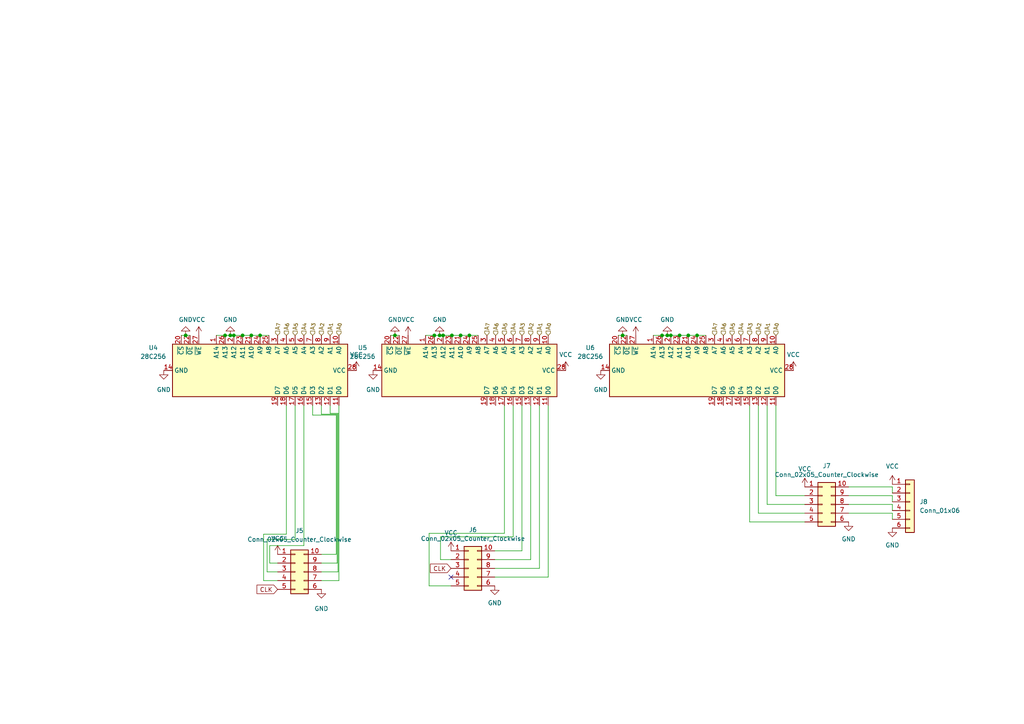
<source format=kicad_sch>
(kicad_sch (version 20211123) (generator eeschema)
  (paper "A4")
  (lib_symbols
    (symbol "Connector_Generic:Conn_01x06" (pin_names (offset 1.016) hide)
      (property "Reference" "J" (at 0 7.62 0))
      (property "Value" "Conn_01x06" (at 0 -10.16 0))
      (symbol "Conn_01x06_1_1"
        (rectangle (start -1.27 -7.493) (end 0 -7.747) (stroke (width 0.1524)))
        (rectangle (start -1.27 -4.953) (end 0 -5.207) (stroke (width 0.1524)))
        (rectangle (start -1.27 -2.413) (end 0 -2.667) (stroke (width 0.1524)))
        (rectangle (start -1.27 0.127) (end 0 -0.127) (stroke (width 0.1524)))
        (rectangle (start -1.27 2.667) (end 0 2.413) (stroke (width 0.1524)))
        (rectangle (start -1.27 5.207) (end 0 4.953) (stroke (width 0.1524)))
        (rectangle (start -1.27 6.35) (end 1.27 -8.89) (stroke (width 0.254)) (fill (type background)))
        (pin passive line (at -5.08 5.08 0) (length 3.81) (name "Pin_1") (number "1"))
        (pin passive line (at -5.08 2.54 0) (length 3.81) (name "Pin_2") (number "2"))
        (pin passive line (at -5.08 0 0) (length 3.81) (name "Pin_3") (number "3"))
        (pin passive line (at -5.08 -2.54 0) (length 3.81) (name "Pin_4") (number "4"))
        (pin passive line (at -5.08 -5.08 0) (length 3.81) (name "Pin_5") (number "5"))
        (pin passive line (at -5.08 -7.62 0) (length 3.81) (name "Pin_6") (number "6"))
      )
    )
    (symbol "Connector_Generic:Conn_02x05_Counter_Clockwise" (pin_names (offset 1.016) hide)
      (property "Reference" "J" (at 1.27 7.62 0))
      (property "Value" "Conn_02x05_Counter_Clockwise" (at 1.27 -7.62 0))
      (symbol "Conn_02x05_Counter_Clockwise_1_1"
        (rectangle (start -1.27 -4.953) (end 0 -5.207) (stroke (width 0.1524)))
        (rectangle (start -1.27 -2.413) (end 0 -2.667) (stroke (width 0.1524)))
        (rectangle (start -1.27 0.127) (end 0 -0.127) (stroke (width 0.1524)))
        (rectangle (start -1.27 2.667) (end 0 2.413) (stroke (width 0.1524)))
        (rectangle (start -1.27 5.207) (end 0 4.953) (stroke (width 0.1524)))
        (rectangle (start -1.27 6.35) (end 3.81 -6.35) (stroke (width 0.254)) (fill (type background)))
        (rectangle (start 3.81 -4.953) (end 2.54 -5.207) (stroke (width 0.1524)))
        (rectangle (start 3.81 -2.413) (end 2.54 -2.667) (stroke (width 0.1524)))
        (rectangle (start 3.81 0.127) (end 2.54 -0.127) (stroke (width 0.1524)))
        (rectangle (start 3.81 2.667) (end 2.54 2.413) (stroke (width 0.1524)))
        (rectangle (start 3.81 5.207) (end 2.54 4.953) (stroke (width 0.1524)))
        (pin passive line (at -5.08 5.08 0) (length 3.81) (name "Pin_1") (number "1"))
        (pin passive line (at 7.62 5.08 180) (length 3.81) (name "Pin_10") (number "10"))
        (pin passive line (at -5.08 2.54 0) (length 3.81) (name "Pin_2") (number "2"))
        (pin passive line (at -5.08 0 0) (length 3.81) (name "Pin_3") (number "3"))
        (pin passive line (at -5.08 -2.54 0) (length 3.81) (name "Pin_4") (number "4"))
        (pin passive line (at -5.08 -5.08 0) (length 3.81) (name "Pin_5") (number "5"))
        (pin passive line (at 7.62 -5.08 180) (length 3.81) (name "Pin_6") (number "6"))
        (pin passive line (at 7.62 -2.54 180) (length 3.81) (name "Pin_7") (number "7"))
        (pin passive line (at 7.62 0 180) (length 3.81) (name "Pin_8") (number "8"))
        (pin passive line (at 7.62 2.54 180) (length 3.81) (name "Pin_9") (number "9"))
      )
    )
    (symbol "Memory_EEPROM:28C256"
      (property "Reference" "U" (at -7.62 26.67 0))
      (property "Value" "28C256" (at 2.54 -26.67 0))
      (symbol "28C256_1_1"
        (rectangle (start -7.62 25.4) (end 7.62 -25.4) (stroke (width 0.254)) (fill (type background)))
        (pin input line (at -10.16 -12.7 0) (length 2.54) (name "A14") (number "1"))
        (pin input line (at -10.16 22.86 0) (length 2.54) (name "A0") (number "10"))
        (pin tri_state line (at 10.16 22.86 180) (length 2.54) (name "D0") (number "11"))
        (pin tri_state line (at 10.16 20.32 180) (length 2.54) (name "D1") (number "12"))
        (pin tri_state line (at 10.16 17.78 180) (length 2.54) (name "D2") (number "13"))
        (pin power_in line (at 0 -27.94 90) (length 2.54) (name "GND") (number "14"))
        (pin tri_state line (at 10.16 15.24 180) (length 2.54) (name "D3") (number "15"))
        (pin tri_state line (at 10.16 12.7 180) (length 2.54) (name "D4") (number "16"))
        (pin tri_state line (at 10.16 10.16 180) (length 2.54) (name "D5") (number "17"))
        (pin tri_state line (at 10.16 7.62 180) (length 2.54) (name "D6") (number "18"))
        (pin tri_state line (at 10.16 5.08 180) (length 2.54) (name "D7") (number "19"))
        (pin input line (at -10.16 -7.62 0) (length 2.54) (name "A12") (number "2"))
        (pin input line (at -10.16 -22.86 0) (length 2.54) (name "~{CS}") (number "20"))
        (pin input line (at -10.16 -2.54 0) (length 2.54) (name "A10") (number "21"))
        (pin input line (at -10.16 -20.32 0) (length 2.54) (name "~{OE}") (number "22"))
        (pin input line (at -10.16 -5.08 0) (length 2.54) (name "A11") (number "23"))
        (pin input line (at -10.16 0 0) (length 2.54) (name "A9") (number "24"))
        (pin input line (at -10.16 2.54 0) (length 2.54) (name "A8") (number "25"))
        (pin input line (at -10.16 -10.16 0) (length 2.54) (name "A13") (number "26"))
        (pin input line (at -10.16 -17.78 0) (length 2.54) (name "~{WE}") (number "27"))
        (pin power_in line (at 0 27.94 270) (length 2.54) (name "VCC") (number "28"))
        (pin input line (at -10.16 5.08 0) (length 2.54) (name "A7") (number "3"))
        (pin input line (at -10.16 7.62 0) (length 2.54) (name "A6") (number "4"))
        (pin input line (at -10.16 10.16 0) (length 2.54) (name "A5") (number "5"))
        (pin input line (at -10.16 12.7 0) (length 2.54) (name "A4") (number "6"))
        (pin input line (at -10.16 15.24 0) (length 2.54) (name "A3") (number "7"))
        (pin input line (at -10.16 17.78 0) (length 2.54) (name "A2") (number "8"))
        (pin input line (at -10.16 20.32 0) (length 2.54) (name "A1") (number "9"))
      )
    )
    (symbol "power:GND" (power) (pin_names (offset 0))
      (property "Value" "GND" (at 0 -3.81 0))
      (symbol "GND_0_1"
        (polyline (pts (xy 0 0) (xy 0 -1.27) (xy 1.27 -1.27) (xy 0 -2.54) (xy -1.27 -1.27) (xy 0 -1.27)))
      )
      (symbol "GND_1_1"
        (pin power_in line (at 0 0 270) (length 0) hide (name "GND") (number "1"))
      )
    )
    (symbol "power:VCC" (power) (pin_names (offset 0))
      (property "Value" "VCC" (at 0 3.81 0))
      (symbol "VCC_0_1"
        (polyline (pts (xy -0.762 1.27) (xy 0 2.54)))
        (polyline (pts (xy 0 0) (xy 0 2.54)))
        (polyline (pts (xy 0 2.54) (xy 0.762 1.27)))
      )
      (symbol "VCC_1_1"
        (pin power_in line (at 0 0 90) (length 0) hide (name "VCC") (number "1"))
      )
    )
  )
  (junction (at 202.184 97.282))
  (junction (at 194.564 97.282))
  (junction (at 136.144 97.282))
  (junction (at 199.644 97.282))
  (junction (at 70.358 97.282))
  (junction (at 72.898 97.282))
  (junction (at 133.604 97.282))
  (junction (at 193.548 97.282))
  (junction (at 192.024 97.282))
  (junction (at 127.508 97.282))
  (junction (at 66.802 97.282))
  (junction (at 75.438 97.282))
  (junction (at 114.554 97.282))
  (junction (at 53.848 97.282))
  (junction (at 197.104 97.282))
  (junction (at 125.984 97.282))
  (junction (at 180.594 97.282))
  (junction (at 128.524 97.282))
  (junction (at 67.818 97.282))
  (junction (at 65.278 97.282))
  (junction (at 131.064 97.282))
  (no_connect (at 130.81 167.386))
  (wire (pts (xy 97.536 160.782) (xy 93.218 160.782)))
  (wire (pts (xy 98.298 117.602) (xy 98.298 168.402)))
  (wire (pts (xy 246.126 141.224) (xy 258.826 141.224)))
  (wire (pts (xy 72.898 97.282) (xy 75.438 97.282)))
  (wire (pts (xy 90.678 120.396) (xy 97.536 120.396)))
  (wire (pts (xy 143.51 159.766) (xy 151.384 159.766)))
  (wire (pts (xy 217.424 151.384) (xy 233.426 151.384)))
  (wire (pts (xy 222.504 146.304) (xy 233.426 146.304)))
  (wire (pts (xy 114.554 97.282) (xy 115.824 97.282)))
  (wire (pts (xy 93.218 120.142) (xy 97.79 120.142)))
  (wire (pts (xy 97.79 120.142) (xy 97.79 163.322)))
  (wire (pts (xy 179.324 97.282) (xy 180.594 97.282)))
  (wire (pts (xy 146.304 154.686) (xy 146.304 117.602)))
  (wire (pts (xy 153.924 162.306) (xy 153.924 117.602)))
  (wire (pts (xy 98.044 165.862) (xy 93.218 165.862)))
  (wire (pts (xy 192.024 97.282) (xy 193.548 97.282)))
  (wire (pts (xy 80.518 165.862) (xy 77.47 165.862)))
  (wire (pts (xy 199.644 97.282) (xy 202.184 97.282)))
  (wire (pts (xy 258.826 141.224) (xy 258.826 143.002)))
  (wire (pts (xy 258.826 146.304) (xy 258.826 148.082)))
  (wire (pts (xy 75.438 97.282) (xy 77.978 97.282)))
  (wire (pts (xy 113.284 97.282) (xy 114.554 97.282)))
  (wire (pts (xy 133.604 97.282) (xy 136.144 97.282)))
  (wire (pts (xy 143.51 162.306) (xy 153.924 162.306)))
  (wire (pts (xy 77.47 156.464) (xy 85.598 156.464)))
  (wire (pts (xy 127.508 97.282) (xy 128.524 97.282)))
  (wire (pts (xy 70.358 97.282) (xy 72.898 97.282)))
  (wire (pts (xy 98.298 168.402) (xy 93.218 168.402)))
  (wire (pts (xy 189.484 97.282) (xy 192.024 97.282)))
  (wire (pts (xy 222.504 117.602) (xy 222.504 146.304)))
  (wire (pts (xy 246.126 146.304) (xy 258.826 146.304)))
  (wire (pts (xy 136.144 97.282) (xy 138.684 97.282)))
  (wire (pts (xy 130.81 162.306) (xy 127.762 162.306)))
  (wire (pts (xy 151.384 117.602) (xy 151.384 159.766)))
  (wire (pts (xy 125.984 97.282) (xy 127.508 97.282)))
  (wire (pts (xy 127.762 162.306) (xy 127.762 155.702)))
  (wire (pts (xy 88.138 158.242) (xy 88.138 117.602)))
  (wire (pts (xy 78.232 158.242) (xy 88.138 158.242)))
  (wire (pts (xy 217.424 117.602) (xy 217.424 151.384)))
  (wire (pts (xy 130.81 169.926) (xy 124.46 169.926)))
  (wire (pts (xy 197.104 97.282) (xy 199.644 97.282)))
  (wire (pts (xy 52.578 97.282) (xy 53.848 97.282)))
  (wire (pts (xy 202.184 97.282) (xy 204.724 97.282)))
  (wire (pts (xy 95.758 117.602) (xy 95.758 119.888)))
  (wire (pts (xy 80.518 163.322) (xy 78.232 163.322)))
  (wire (pts (xy 246.126 143.764) (xy 258.826 143.764)))
  (wire (pts (xy 193.548 97.282) (xy 194.564 97.282)))
  (wire (pts (xy 67.818 97.282) (xy 70.358 97.282)))
  (wire (pts (xy 124.46 169.926) (xy 124.46 154.686)))
  (wire (pts (xy 123.444 97.282) (xy 125.984 97.282)))
  (wire (pts (xy 78.232 163.322) (xy 78.232 158.242)))
  (wire (pts (xy 53.848 97.282) (xy 55.118 97.282)))
  (wire (pts (xy 93.218 117.602) (xy 93.218 120.142)))
  (wire (pts (xy 127.762 155.702) (xy 148.844 155.702)))
  (wire (pts (xy 225.044 143.764) (xy 233.426 143.764)))
  (wire (pts (xy 80.518 168.402) (xy 76.454 168.402)))
  (wire (pts (xy 128.524 97.282) (xy 131.064 97.282)))
  (wire (pts (xy 62.738 97.282) (xy 65.278 97.282)))
  (wire (pts (xy 159.004 117.602) (xy 159.004 167.386)))
  (wire (pts (xy 246.126 148.844) (xy 258.826 148.844)))
  (wire (pts (xy 194.564 97.282) (xy 197.104 97.282)))
  (wire (pts (xy 156.464 164.846) (xy 156.464 117.602)))
  (wire (pts (xy 225.044 117.602) (xy 225.044 143.764)))
  (wire (pts (xy 131.064 97.282) (xy 133.604 97.282)))
  (wire (pts (xy 258.826 143.764) (xy 258.826 145.542)))
  (wire (pts (xy 85.598 156.464) (xy 85.598 117.602)))
  (wire (pts (xy 97.536 120.396) (xy 97.536 160.782)))
  (wire (pts (xy 219.964 148.844) (xy 233.426 148.844)))
  (wire (pts (xy 258.826 148.844) (xy 258.826 150.622)))
  (wire (pts (xy 65.278 97.282) (xy 66.802 97.282)))
  (wire (pts (xy 98.044 119.888) (xy 98.044 165.862)))
  (wire (pts (xy 76.454 154.94) (xy 83.058 154.94)))
  (wire (pts (xy 124.46 154.686) (xy 146.304 154.686)))
  (wire (pts (xy 180.594 97.282) (xy 181.864 97.282)))
  (wire (pts (xy 76.454 168.402) (xy 76.454 154.94)))
  (wire (pts (xy 66.802 97.282) (xy 67.818 97.282)))
  (wire (pts (xy 97.79 163.322) (xy 93.218 163.322)))
  (wire (pts (xy 219.964 117.602) (xy 219.964 148.844)))
  (wire (pts (xy 143.51 164.846) (xy 156.464 164.846)))
  (wire (pts (xy 95.758 119.888) (xy 98.044 119.888)))
  (wire (pts (xy 83.058 154.94) (xy 83.058 117.602)))
  (wire (pts (xy 77.47 165.862) (xy 77.47 156.464)))
  (wire (pts (xy 148.844 155.702) (xy 148.844 117.602)))
  (wire (pts (xy 90.678 117.602) (xy 90.678 120.396)))
  (wire (pts (xy 159.004 167.386) (xy 143.51 167.386)))
  (global_label "CLK" (shape input) (at 130.81 164.846 180) (property "Intersheet References" "${INTERSHEET_REFS}" (effects hide)))
  (global_label "CLK" (shape input) (at 80.518 170.942 180) (property "Intersheet References" "${INTERSHEET_REFS}" (effects hide)))
  (hierarchical_label "A_{6}" (shape input) (at 143.764 97.282 90))
  (hierarchical_label "A_{4}" (shape input) (at 88.138 97.282 90))
  (hierarchical_label "A_{7}" (shape input) (at 80.518 97.282 90))
  (hierarchical_label "A_{1}" (shape input) (at 95.758 97.282 90))
  (hierarchical_label "A_{6}" (shape input) (at 209.804 97.282 90))
  (hierarchical_label "A_{2}" (shape input) (at 153.924 97.282 90))
  (hierarchical_label "A_{6}" (shape input) (at 83.058 97.282 90))
  (hierarchical_label "A_{4}" (shape input) (at 214.884 97.282 90))
  (hierarchical_label "A_{7}" (shape input) (at 207.264 97.282 90))
  (hierarchical_label "A_{0}" (shape input) (at 159.004 97.282 90))
  (hierarchical_label "A_{0}" (shape input) (at 225.044 97.282 90))
  (hierarchical_label "A_{5}" (shape input) (at 85.598 97.282 90))
  (hierarchical_label "A_{3}" (shape input) (at 151.384 97.282 90))
  (hierarchical_label "A_{1}" (shape input) (at 222.504 97.282 90))
  (hierarchical_label "A_{3}" (shape input) (at 217.424 97.282 90))
  (hierarchical_label "A_{5}" (shape input) (at 146.304 97.282 90))
  (hierarchical_label "A_{4}" (shape input) (at 148.844 97.282 90))
  (hierarchical_label "A_{2}" (shape input) (at 219.964 97.282 90))
  (hierarchical_label "A_{3}" (shape input) (at 90.678 97.282 90))
  (hierarchical_label "A_{1}" (shape input) (at 156.464 97.282 90))
  (hierarchical_label "A_{2}" (shape input) (at 93.218 97.282 90))
  (hierarchical_label "A_{0}" (shape input) (at 98.298 97.282 90))
  (hierarchical_label "A_{5}" (shape input) (at 212.344 97.282 90))
  (hierarchical_label "A_{7}" (shape input) (at 141.224 97.282 90))
  (symbol (lib_id "Connector_Generic:Conn_01x06") (at 263.906 145.542 0) (unit 1)
    (property "Reference" "J8" (at 266.7 145.5419 0) (effects (justify left)))
    (property "Value" "Conn_01x06" (at 266.7 148.0819 0) (effects (justify left)))
    (property "Footprint" "Connector_PinSocket_2.54mm:PinSocket_1x06_P2.54mm_Vertical" (effects hide))
  )
  (symbol (lib_id "power:VCC") (at 118.364 97.282 0) (unit 1)
    (property "Reference" "#PWR0119" (effects hide))
    (property "Value" "VCC" (at 118.364 92.71 0))
  )
  (symbol (lib_id "power:GND") (at 174.244 107.442 0) (unit 1)
    (property "Reference" "#PWR0130" (effects hide))
    (property "Value" "GND" (at 174.244 113.03 0))
  )
  (symbol (lib_id "power:GND") (at 180.594 97.282 180) (unit 1)
    (property "Reference" "#PWR0129" (effects hide))
    (property "Value" "GND" (at 180.594 92.71 0))
  )
  (symbol (lib_id "power:VCC") (at 130.81 159.766 0) (unit 1)
    (property "Reference" "#PWR0133" (effects hide))
    (property "Value" "VCC" (at 130.81 154.559 0))
  )
  (symbol (lib_id "power:VCC") (at 233.426 141.224 0) (unit 1)
    (property "Reference" "#PWR0137" (effects hide))
    (property "Value" "VCC" (at 233.426 136.017 0))
  )
  (symbol (lib_id "Connector_Generic:Conn_02x05_Counter_Clockwise") (at 238.506 146.304 0) (unit 1)
    (property "Reference" "J7" (at 239.776 135.128 0))
    (property "Value" "Conn_02x05_Counter_Clockwise" (at 239.776 137.668 0))
    (property "Footprint" "Connector_PinHeader_2.54mm:PinHeader_2x05_P2.54mm_Horizontal" (effects hide))
  )
  (symbol (lib_id "power:GND") (at 108.204 107.442 0) (unit 1)
    (property "Reference" "#PWR0121" (effects hide))
    (property "Value" "GND" (at 108.204 113.03 0))
  )
  (symbol (lib_id "Memory_EEPROM:28C256") (at 136.144 107.442 270) (unit 1)
    (property "Reference" "U5" (at 105.156 100.8632 90))
    (property "Value" "28C256" (at 105.156 103.4032 90))
    (property "Footprint" "Package_DIP:DIP-28_W15.24mm_Socket_LongPads" (effects hide))
    (property "Datasheet" "http://ww1.microchip.com/downloads/en/DeviceDoc/doc0006.pdf" (effects hide))
  )
  (symbol (lib_id "power:GND") (at 258.826 153.162 0) (unit 1)
    (property "Reference" "#PWR0138" (effects hide))
    (property "Value" "GND" (at 258.826 158.115 0))
  )
  (symbol (lib_id "power:VCC") (at 164.084 107.442 0) (unit 1)
    (property "Reference" "#PWR0117" (effects hide))
    (property "Value" "VCC" (at 164.084 102.87 0))
  )
  (symbol (lib_id "Memory_EEPROM:28C256") (at 75.438 107.442 270) (unit 1)
    (property "Reference" "U4" (at 44.45 100.8632 90))
    (property "Value" "28C256" (at 44.45 103.4032 90))
    (property "Footprint" "Package_DIP:DIP-28_W15.24mm_Socket_LongPads" (effects hide))
    (property "Datasheet" "http://ww1.microchip.com/downloads/en/DeviceDoc/doc0006.pdf" (effects hide))
  )
  (symbol (lib_id "power:GND") (at 66.802 97.282 180) (unit 1)
    (property "Reference" "#PWR0123" (effects hide))
    (property "Value" "GND" (at 66.802 92.71 0))
  )
  (symbol (lib_id "power:GND") (at 193.548 97.282 180) (unit 1)
    (property "Reference" "#PWR0127" (effects hide))
    (property "Value" "GND" (at 193.548 92.71 0))
  )
  (symbol (lib_id "power:GND") (at 53.848 97.282 180) (unit 1)
    (property "Reference" "#PWR0126" (effects hide))
    (property "Value" "GND" (at 53.848 92.71 0))
  )
  (symbol (lib_id "power:GND") (at 127.508 97.282 180) (unit 1)
    (property "Reference" "#PWR0118" (effects hide))
    (property "Value" "GND" (at 127.508 92.71 0))
  )
  (symbol (lib_id "power:GND") (at 143.51 169.926 0) (unit 1)
    (property "Reference" "#PWR0134" (effects hide))
    (property "Value" "GND" (at 143.51 174.879 0))
  )
  (symbol (lib_id "power:VCC") (at 103.378 107.442 0) (unit 1)
    (property "Reference" "#PWR0122" (effects hide))
    (property "Value" "VCC" (at 103.378 102.87 0))
  )
  (symbol (lib_id "power:VCC") (at 57.658 97.282 0) (unit 1)
    (property "Reference" "#PWR0124" (effects hide))
    (property "Value" "VCC" (at 57.658 92.71 0))
  )
  (symbol (lib_id "power:GND") (at 93.218 170.942 0) (unit 1)
    (property "Reference" "#PWR0131" (effects hide))
    (property "Value" "GND" (at 93.218 176.53 0))
  )
  (symbol (lib_id "power:VCC") (at 184.404 97.282 0) (unit 1)
    (property "Reference" "#PWR0128" (effects hide))
    (property "Value" "VCC" (at 184.404 92.71 0))
  )
  (symbol (lib_id "power:VCC") (at 258.826 140.462 0) (unit 1)
    (property "Reference" "#PWR0139" (effects hide))
    (property "Value" "VCC" (at 258.826 135.255 0))
  )
  (symbol (lib_id "power:VCC") (at 230.124 107.442 0) (unit 1)
    (property "Reference" "#PWR0135" (effects hide))
    (property "Value" "VCC" (at 230.124 102.87 0))
  )
  (symbol (lib_id "power:GND") (at 47.498 107.442 0) (unit 1)
    (property "Reference" "#PWR0125" (effects hide))
    (property "Value" "GND" (at 47.498 113.03 0))
  )
  (symbol (lib_id "Memory_EEPROM:28C256") (at 202.184 107.442 270) (unit 1)
    (property "Reference" "U6" (at 171.196 100.8632 90))
    (property "Value" "28C256" (at 171.196 103.4032 90))
    (property "Footprint" "Package_DIP:DIP-28_W15.24mm_Socket_LongPads" (effects hide))
    (property "Datasheet" "http://ww1.microchip.com/downloads/en/DeviceDoc/doc0006.pdf" (effects hide))
  )
  (symbol (lib_id "power:GND") (at 114.554 97.282 180) (unit 1)
    (property "Reference" "#PWR0120" (effects hide))
    (property "Value" "GND" (at 114.554 92.71 0))
  )
  (symbol (lib_id "Connector_Generic:Conn_02x05_Counter_Clockwise") (at 135.89 164.846 0) (unit 1)
    (property "Reference" "J6" (at 137.16 153.67 0))
    (property "Value" "Conn_02x05_Counter_Clockwise" (at 137.16 156.21 0))
    (property "Footprint" "Connector_PinHeader_2.54mm:PinHeader_2x05_P2.54mm_Horizontal" (effects hide))
  )
  (symbol (lib_id "Connector_Generic:Conn_02x05_Counter_Clockwise") (at 85.598 165.862 0) (unit 1)
    (property "Reference" "J5" (at 86.868 153.924 0))
    (property "Value" "Conn_02x05_Counter_Clockwise" (at 86.868 156.464 0))
    (property "Footprint" "Connector_PinSocket_2.54mm:PinSocket_2x05_P2.54mm_Vertical" (effects hide))
  )
  (symbol (lib_id "power:GND") (at 246.126 151.384 0) (unit 1)
    (property "Reference" "#PWR0136" (effects hide))
    (property "Value" "GND" (at 246.126 156.337 0))
  )
  (symbol (lib_id "power:VCC") (at 80.518 160.782 0) (unit 1)
    (property "Reference" "#PWR0132" (effects hide))
    (property "Value" "VCC" (at 80.518 156.21 0))
  )
)
</source>
